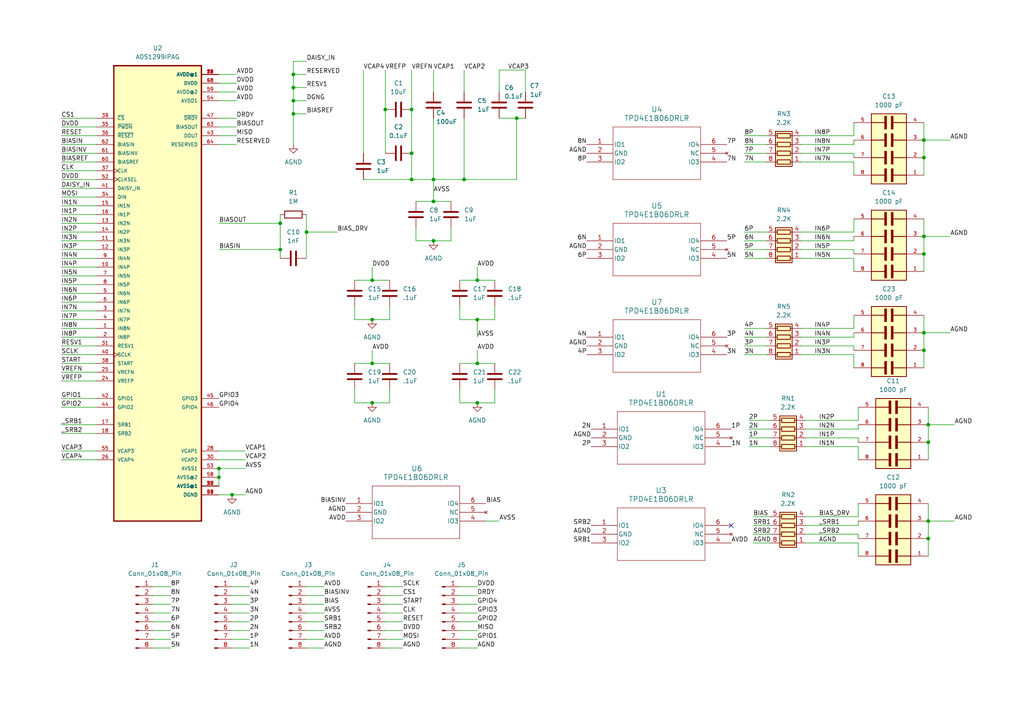
<source format=kicad_sch>
(kicad_sch (version 20231120) (generator "eeschema") (generator_version "8.0")
  (paper "A4")
  (lib_symbols
    (symbol "ADS1299:ADS1299IPAG" (pin_names (offset 1.016))
      (property "Reference" "U" (at -12.7 67.04 0))
      (property "Value" "ADS1299IPAG" (at -12.7 -70.04 0))
      (symbol "ADS1299IPAG_0_0"
        (pin input line (at -17.78 -10.16 0) (length 5.08) (name "IN8N") (number "1"))
        (pin input line (at -17.78 7.62 0) (length 5.08) (name "IN4P") (number "10"))
        (pin input line (at -17.78 15.24 0) (length 5.08) (name "IN3N") (number "11"))
        (pin input line (at -17.78 12.7 0) (length 5.08) (name "IN3P") (number "12"))
        (pin input line (at -17.78 20.32 0) (length 5.08) (name "IN2N") (number "13"))
        (pin input line (at -17.78 17.78 0) (length 5.08) (name "IN2P") (number "14"))
        (pin input line (at -17.78 25.4 0) (length 5.08) (name "IN1N") (number "15"))
        (pin input line (at -17.78 22.86 0) (length 5.08) (name "IN1P") (number "16"))
        (pin bidirectional line (at -17.78 -38.1 0) (length 5.08) (name "SRB1") (number "17"))
        (pin bidirectional line (at -17.78 -40.64 0) (length 5.08) (name "SRB2") (number "18"))
        (pin power_in line (at 17.78 63.5 180) (length 5.08) (name "AVDD@1") (number "19"))
        (pin input line (at -17.78 -12.7 0) (length 5.08) (name "IN8P") (number "2"))
        (pin power_in line (at 17.78 -55.88 180) (length 5.08) (name "AVSS@1") (number "20"))
        (pin power_in line (at 17.78 63.5 180) (length 5.08) (name "AVDD@1") (number "21"))
        (pin power_in line (at 17.78 63.5 180) (length 5.08) (name "AVDD@1") (number "22"))
        (pin power_in line (at 17.78 -55.88 180) (length 5.08) (name "AVSS@1") (number "23"))
        (pin input line (at -17.78 -25.4 0) (length 5.08) (name "VREFP") (number "24"))
        (pin input line (at -17.78 -22.86 0) (length 5.08) (name "VREFN") (number "25"))
        (pin bidirectional line (at -17.78 -48.26 0) (length 5.08) (name "VCAP4") (number "26"))
        (pin output line (at 17.78 -45.72 180) (length 5.08) (name "VCAP1") (number "28"))
        (pin input line (at -17.78 -5.08 0) (length 5.08) (name "IN7N") (number "3"))
        (pin output line (at 17.78 -48.26 180) (length 5.08) (name "VCAP2") (number "30"))
        (pin input line (at -17.78 -15.24 0) (length 5.08) (name "RESV1") (number "31"))
        (pin power_in line (at 17.78 -55.88 180) (length 5.08) (name "AVSS@1") (number "32"))
        (pin power_in line (at 17.78 -58.42 180) (length 5.08) (name "DGND") (number "33"))
        (pin input line (at -17.78 27.94 0) (length 5.08) (name "DIN") (number "34"))
        (pin input line (at -17.78 48.26 0) (length 5.08) (name "~{PWDN}") (number "35"))
        (pin input line (at -17.78 45.72 0) (length 5.08) (name "~{RESET}") (number "36"))
        (pin input clock (at -17.78 35.56 0) (length 5.08) (name "CLK") (number "37"))
        (pin input line (at -17.78 -20.32 0) (length 5.08) (name "START") (number "38"))
        (pin input line (at -17.78 50.8 0) (length 5.08) (name "~{CS}") (number "39"))
        (pin input line (at -17.78 -7.62 0) (length 5.08) (name "IN7P") (number "4"))
        (pin input clock (at -17.78 -17.78 0) (length 5.08) (name "SCLK") (number "40"))
        (pin input line (at -17.78 30.48 0) (length 5.08) (name "DAISY_IN") (number "41"))
        (pin bidirectional line (at -17.78 -30.48 0) (length 5.08) (name "GPIO1") (number "42"))
        (pin output line (at 17.78 45.72 180) (length 5.08) (name "DOUT") (number "43"))
        (pin bidirectional line (at -17.78 -33.02 0) (length 5.08) (name "GPIO2") (number "44"))
        (pin bidirectional line (at 17.78 -30.48 180) (length 5.08) (name "GPIO3") (number "45"))
        (pin bidirectional line (at 17.78 -33.02 180) (length 5.08) (name "GPIO4") (number "46"))
        (pin output line (at 17.78 50.8 180) (length 5.08) (name "~{DRDY}") (number "47"))
        (pin power_in line (at 17.78 60.96 180) (length 5.08) (name "DVDD") (number "48"))
        (pin power_in line (at 17.78 -58.42 180) (length 5.08) (name "DGND") (number "49"))
        (pin input line (at -17.78 0 0) (length 5.08) (name "IN6N") (number "5"))
        (pin power_in line (at 17.78 60.96 180) (length 5.08) (name "DVDD") (number "50"))
        (pin power_in line (at 17.78 -58.42 180) (length 5.08) (name "DGND") (number "51"))
        (pin input clock (at -17.78 33.02 0) (length 5.08) (name "CLKSEL") (number "52"))
        (pin power_in line (at 17.78 -50.8 180) (length 5.08) (name "AVSS1") (number "53"))
        (pin power_in line (at 17.78 55.88 180) (length 5.08) (name "AVDD1") (number "54"))
        (pin bidirectional line (at -17.78 -45.72 0) (length 5.08) (name "VCAP3") (number "55"))
        (pin power_in line (at 17.78 63.5 180) (length 5.08) (name "AVDD@1") (number "56"))
        (pin power_in line (at 17.78 -55.88 180) (length 5.08) (name "AVSS@1") (number "57"))
        (pin power_in line (at 17.78 -53.34 180) (length 5.08) (name "AVSS@2") (number "58"))
        (pin power_in line (at 17.78 58.42 180) (length 5.08) (name "AVDD@2") (number "59"))
        (pin input line (at -17.78 -2.54 0) (length 5.08) (name "IN6P") (number "6"))
        (pin input line (at -17.78 38.1 0) (length 5.08) (name "BIASREF") (number "60"))
        (pin input line (at -17.78 40.64 0) (length 5.08) (name "BIASINV") (number "61"))
        (pin input line (at -17.78 43.18 0) (length 5.08) (name "BIASIN") (number "62"))
        (pin output line (at 17.78 48.26 180) (length 5.08) (name "BIASOUT") (number "63"))
        (pin output line (at 17.78 43.18 180) (length 5.08) (name "RESERVED") (number "64"))
        (pin input line (at -17.78 5.08 0) (length 5.08) (name "IN5N") (number "7"))
        (pin input line (at -17.78 2.54 0) (length 5.08) (name "IN5P") (number "8"))
        (pin input line (at -17.78 10.16 0) (length 5.08) (name "IN4N") (number "9"))
      )
    )
    (symbol "Connector:Conn_01x08_Pin" (pin_names (offset 1.016) hide)
      (property "Reference" "J" (at 0 10.16 0))
      (property "Value" "Conn_01x08_Pin" (at 0 -12.7 0))
      (symbol "Conn_01x08_Pin_1_1"
        (pin passive line (at 5.08 7.62 180) (length 3.81) (name "Pin_1") (number "1"))
        (pin passive line (at 5.08 5.08 180) (length 3.81) (name "Pin_2") (number "2"))
        (pin passive line (at 5.08 2.54 180) (length 3.81) (name "Pin_3") (number "3"))
        (pin passive line (at 5.08 0 180) (length 3.81) (name "Pin_4") (number "4"))
        (pin passive line (at 5.08 -2.54 180) (length 3.81) (name "Pin_5") (number "5"))
        (pin passive line (at 5.08 -5.08 180) (length 3.81) (name "Pin_6") (number "6"))
        (pin passive line (at 5.08 -7.62 180) (length 3.81) (name "Pin_7") (number "7"))
        (pin passive line (at 5.08 -10.16 180) (length 3.81) (name "Pin_8") (number "8"))
      )
    )
    (symbol "Device:C" (pin_numbers hide) (pin_names (offset 0.254))
      (property "Reference" "C" (at 0.635 2.54 0))
      (property "Value" "C" (at 0.635 -2.54 0))
      (symbol "C_1_1"
        (pin passive line (at 0 3.81 270) (length 2.794) (name "~") (number "1"))
        (pin passive line (at 0 -3.81 90) (length 2.794) (name "~") (number "2"))
      )
    )
    (symbol "Device:R" (pin_numbers hide) (pin_names (offset 0))
      (property "Reference" "R" (at 2.032 0 90))
      (property "Value" "R" (at 0 0 90))
      (symbol "R_1_1"
        (pin passive line (at 0 3.81 270) (length 1.27) (name "~") (number "1"))
        (pin passive line (at 0 -3.81 90) (length 1.27) (name "~") (number "2"))
      )
    )
    (symbol "Device:R_Pack04" (pin_names (offset 0) hide)
      (property "Reference" "RN" (at -7.62 0 90))
      (property "Value" "R_Pack04" (at 5.08 0 90))
      (symbol "R_Pack04_1_1"
        (pin passive line (at -5.08 -5.08 90) (length 2.54) (name "R1.1") (number "1"))
        (pin passive line (at -2.54 -5.08 90) (length 2.54) (name "R2.1") (number "2"))
        (pin passive line (at 0 -5.08 90) (length 2.54) (name "R3.1") (number "3"))
        (pin passive line (at 2.54 -5.08 90) (length 2.54) (name "R4.1") (number "4"))
        (pin passive line (at 2.54 5.08 270) (length 2.54) (name "R4.2") (number "5"))
        (pin passive line (at 0 5.08 270) (length 2.54) (name "R3.2") (number "6"))
        (pin passive line (at -2.54 5.08 270) (length 2.54) (name "R2.2") (number "7"))
        (pin passive line (at -5.08 5.08 270) (length 2.54) (name "R1.2") (number "8"))
      )
    )
    (symbol "TPD4E1B06 (ESD):TPD4E1B06DRLR" (pin_names (offset 0.254))
      (property "Reference" "U" (at 20.32 10.16 0))
      (property "Value" "TPD4E1B06DRLR" (at 20.32 7.62 0))
      (symbol "TPD4E1B06DRLR_0_1"
        (pin bidirectional line (at 0 0 0) (length 7.62) (name "IO1") (number "1"))
        (pin power_in line (at 0 -2.54 0) (length 7.62) (name "GND") (number "2"))
        (pin bidirectional line (at 0 -5.08 0) (length 7.62) (name "IO2") (number "3"))
        (pin bidirectional line (at 40.64 -5.08 180) (length 7.62) (name "IO3") (number "4"))
        (pin no_connect line (at 40.64 -2.54 180) (length 7.62) (name "NC") (number "5"))
        (pin bidirectional line (at 40.64 0 180) (length 7.62) (name "IO4") (number "6"))
      )
    )
    (symbol "W3A45C102K4T2A (C_array):CKCL44X7R1H102M085AA" (pin_names (offset 1.016))
      (property "Reference" "C" (at -5.08 11.43 0))
      (property "Value" "CKCL44X7R1H102M085AA" (at -5.08 -12.7 0))
      (symbol "CKCL44X7R1H102M085AA_0_0"
        (pin passive line (at -10.16 7.62 0) (length 5.08) (name "~") (number "1"))
        (pin passive line (at -10.16 2.54 0) (length 5.08) (name "~") (number "2"))
        (pin passive line (at -10.16 -2.54 0) (length 5.08) (name "~") (number "3"))
        (pin passive line (at -10.16 -7.62 0) (length 5.08) (name "~") (number "4"))
        (pin passive line (at 10.16 -7.62 180) (length 5.08) (name "~") (number "5"))
        (pin passive line (at 10.16 -2.54 180) (length 5.08) (name "~") (number "6"))
        (pin passive line (at 10.16 2.54 180) (length 5.08) (name "~") (number "7"))
        (pin passive line (at 10.16 7.62 180) (length 5.08) (name "~") (number "8"))
      )
    )
    (symbol "power:GND" (power) (pin_numbers hide) (pin_names (offset 0) hide)
      (property "Value" "GND" (at 0 -3.81 0))
      (symbol "GND_1_1"
        (pin power_in line (at 0 0 270) (length 0) (name "~") (number "1"))
      )
    )
  )
  (junction (at 267.97 101.6))
  (junction (at 119.38 44.45))
  (junction (at 85.09 33.02))
  (junction (at 269.24 156.21))
  (junction (at 111.76 31.75))
  (junction (at 107.95 116.84))
  (junction (at 125.73 52.07))
  (junction (at 119.38 31.75))
  (junction (at 267.97 96.52))
  (junction (at 107.95 81.28))
  (junction (at 107.95 92.71))
  (junction (at 125.73 58.42))
  (junction (at 107.95 105.41))
  (junction (at 269.24 151.13))
  (junction (at 138.43 81.28))
  (junction (at 267.97 68.58))
  (junction (at 119.38 52.07))
  (junction (at 267.97 40.64))
  (junction (at 149.86 34.29))
  (junction (at 63.5 138.43))
  (junction (at 67.31 143.51))
  (junction (at 81.28 64.77))
  (junction (at 267.97 73.66))
  (junction (at 81.28 72.39))
  (junction (at 88.9 67.31))
  (junction (at 269.24 123.19))
  (junction (at 85.09 29.21))
  (junction (at 125.73 69.85))
  (junction (at 134.62 52.07))
  (junction (at 63.5 135.89))
  (junction (at 138.43 105.41))
  (junction (at 138.43 116.84))
  (junction (at 85.09 25.4))
  (junction (at 269.24 128.27))
  (junction (at 267.97 45.72))
  (junction (at 85.09 21.59))
  (junction (at 138.43 92.71))
  (no_connect (at 212.09 152.4))
  (wire (pts (xy 269.24 123.19) (xy 276.86 123.19)))
  (wire (pts (xy 269.24 128.27) (xy 269.24 133.35)))
  (wire (pts (xy 232.41 46.99) (xy 247.65 46.99)))
  (wire (pts (xy 63.5 130.81) (xy 71.12 130.81)))
  (wire (pts (xy 63.5 143.51) (xy 67.31 143.51)))
  (wire (pts (xy 63.5 41.91) (xy 68.58 41.91)))
  (wire (pts (xy 44.45 175.26) (xy 49.53 175.26)))
  (wire (pts (xy 233.68 149.86) (xy 248.92 149.86)))
  (wire (pts (xy 63.5 133.35) (xy 71.12 133.35)))
  (wire (pts (xy 120.65 69.85) (xy 125.73 69.85)))
  (wire (pts (xy 102.87 92.71) (xy 107.95 92.71)))
  (wire (pts (xy 107.95 105.41) (xy 113.03 105.41)))
  (wire (pts (xy 102.87 88.9) (xy 102.87 92.71)))
  (wire (pts (xy 232.41 95.25) (xy 247.65 95.25)))
  (wire (pts (xy 85.09 25.4) (xy 88.9 25.4)))
  (wire (pts (xy 17.78 54.61) (xy 27.94 54.61)))
  (wire (pts (xy 133.35 180.34) (xy 138.43 180.34)))
  (wire (pts (xy 88.9 170.18) (xy 93.98 170.18)))
  (wire (pts (xy 17.78 44.45) (xy 27.94 44.45)))
  (wire (pts (xy 17.78 80.01) (xy 27.94 80.01)))
  (wire (pts (xy 107.95 77.47) (xy 107.95 81.28)))
  (wire (pts (xy 215.9 67.31) (xy 222.25 67.31)))
  (wire (pts (xy 85.09 29.21) (xy 88.9 29.21)))
  (wire (pts (xy 248.92 157.48) (xy 248.92 161.29)))
  (wire (pts (xy 17.78 87.63) (xy 27.94 87.63)))
  (wire (pts (xy 133.35 116.84) (xy 138.43 116.84)))
  (wire (pts (xy 119.38 44.45) (xy 119.38 52.07)))
  (wire (pts (xy 149.86 34.29) (xy 152.4 34.29)))
  (wire (pts (xy 63.5 34.29) (xy 68.58 34.29)))
  (wire (pts (xy 232.41 97.79) (xy 247.65 97.79)))
  (wire (pts (xy 63.5 138.43) (xy 63.5 140.97)))
  (wire (pts (xy 248.92 149.86) (xy 248.92 146.05)))
  (wire (pts (xy 17.78 69.85) (xy 27.94 69.85)))
  (wire (pts (xy 63.5 72.39) (xy 81.28 72.39)))
  (wire (pts (xy 17.78 90.17) (xy 27.94 90.17)))
  (wire (pts (xy 232.41 44.45) (xy 247.65 44.45)))
  (wire (pts (xy 67.31 143.51) (xy 71.12 143.51)))
  (wire (pts (xy 269.24 151.13) (xy 269.24 156.21)))
  (wire (pts (xy 85.09 41.91) (xy 85.09 33.02)))
  (wire (pts (xy 232.41 102.87) (xy 247.65 102.87)))
  (wire (pts (xy 17.78 41.91) (xy 27.94 41.91)))
  (wire (pts (xy 67.31 172.72) (xy 72.39 172.72)))
  (wire (pts (xy 217.17 124.46) (xy 223.52 124.46)))
  (wire (pts (xy 232.41 74.93) (xy 247.65 74.93)))
  (wire (pts (xy 111.76 177.8) (xy 116.84 177.8)))
  (wire (pts (xy 232.41 41.91) (xy 247.65 41.91)))
  (wire (pts (xy 88.9 67.31) (xy 88.9 74.93)))
  (wire (pts (xy 247.65 41.91) (xy 247.65 40.64)))
  (wire (pts (xy 143.51 113.03) (xy 143.51 116.84)))
  (wire (pts (xy 232.41 72.39) (xy 247.65 72.39)))
  (wire (pts (xy 85.09 33.02) (xy 88.9 33.02)))
  (wire (pts (xy 267.97 101.6) (xy 267.97 106.68)))
  (wire (pts (xy 102.87 116.84) (xy 107.95 116.84)))
  (wire (pts (xy 102.87 105.41) (xy 107.95 105.41)))
  (wire (pts (xy 215.9 44.45) (xy 222.25 44.45)))
  (wire (pts (xy 111.76 180.34) (xy 116.84 180.34)))
  (wire (pts (xy 44.45 170.18) (xy 49.53 170.18)))
  (wire (pts (xy 215.9 41.91) (xy 222.25 41.91)))
  (wire (pts (xy 232.41 39.37) (xy 247.65 39.37)))
  (wire (pts (xy 88.9 187.96) (xy 93.98 187.96)))
  (wire (pts (xy 144.78 20.32) (xy 144.78 26.67)))
  (wire (pts (xy 17.78 100.33) (xy 27.94 100.33)))
  (wire (pts (xy 107.95 101.6) (xy 107.95 105.41)))
  (wire (pts (xy 269.24 118.11) (xy 269.24 123.19)))
  (wire (pts (xy 17.78 34.29) (xy 27.94 34.29)))
  (wire (pts (xy 107.95 92.71) (xy 113.03 92.71)))
  (wire (pts (xy 107.95 116.84) (xy 113.03 116.84)))
  (wire (pts (xy 248.92 154.94) (xy 248.92 156.21)))
  (wire (pts (xy 267.97 40.64) (xy 267.97 45.72)))
  (wire (pts (xy 17.78 85.09) (xy 27.94 85.09)))
  (wire (pts (xy 133.35 113.03) (xy 133.35 116.84)))
  (wire (pts (xy 85.09 17.78) (xy 85.09 21.59)))
  (wire (pts (xy 215.9 97.79) (xy 222.25 97.79)))
  (wire (pts (xy 81.28 74.93) (xy 81.28 72.39)))
  (wire (pts (xy 133.35 187.96) (xy 138.43 187.96)))
  (wire (pts (xy 267.97 96.52) (xy 267.97 101.6)))
  (wire (pts (xy 67.31 180.34) (xy 72.39 180.34)))
  (wire (pts (xy 67.31 170.18) (xy 72.39 170.18)))
  (wire (pts (xy 63.5 26.67) (xy 68.58 26.67)))
  (wire (pts (xy 130.81 66.04) (xy 130.81 69.85)))
  (wire (pts (xy 111.76 170.18) (xy 116.84 170.18)))
  (wire (pts (xy 63.5 135.89) (xy 63.5 138.43)))
  (wire (pts (xy 111.76 20.32) (xy 111.76 31.75)))
  (wire (pts (xy 81.28 64.77) (xy 81.28 72.39)))
  (wire (pts (xy 63.5 29.21) (xy 68.58 29.21)))
  (wire (pts (xy 133.35 88.9) (xy 133.35 92.71)))
  (wire (pts (xy 248.92 152.4) (xy 248.92 151.13)))
  (wire (pts (xy 44.45 180.34) (xy 49.53 180.34)))
  (wire (pts (xy 17.78 74.93) (xy 27.94 74.93)))
  (wire (pts (xy 17.78 64.77) (xy 27.94 64.77)))
  (wire (pts (xy 85.09 21.59) (xy 88.9 21.59)))
  (wire (pts (xy 267.97 40.64) (xy 275.59 40.64)))
  (wire (pts (xy 233.68 127) (xy 248.92 127)))
  (wire (pts (xy 215.9 102.87) (xy 222.25 102.87)))
  (wire (pts (xy 17.78 52.07) (xy 27.94 52.07)))
  (wire (pts (xy 17.78 105.41) (xy 27.94 105.41)))
  (wire (pts (xy 17.78 46.99) (xy 27.94 46.99)))
  (wire (pts (xy 133.35 170.18) (xy 138.43 170.18)))
  (wire (pts (xy 140.97 151.13) (xy 144.78 151.13)))
  (wire (pts (xy 113.03 88.9) (xy 113.03 92.71)))
  (wire (pts (xy 63.5 135.89) (xy 71.12 135.89)))
  (wire (pts (xy 44.45 172.72) (xy 49.53 172.72)))
  (wire (pts (xy 120.65 58.42) (xy 125.73 58.42)))
  (wire (pts (xy 233.68 124.46) (xy 248.92 124.46)))
  (wire (pts (xy 267.97 73.66) (xy 267.97 78.74)))
  (wire (pts (xy 248.92 127) (xy 248.92 128.27)))
  (wire (pts (xy 215.9 100.33) (xy 222.25 100.33)))
  (wire (pts (xy 17.78 118.11) (xy 27.94 118.11)))
  (wire (pts (xy 267.97 91.44) (xy 267.97 96.52)))
  (wire (pts (xy 215.9 46.99) (xy 222.25 46.99)))
  (wire (pts (xy 267.97 35.56) (xy 267.97 40.64)))
  (wire (pts (xy 149.86 34.29) (xy 149.86 52.07)))
  (wire (pts (xy 119.38 31.75) (xy 119.38 20.32)))
  (wire (pts (xy 67.31 182.88) (xy 72.39 182.88)))
  (wire (pts (xy 111.76 187.96) (xy 116.84 187.96)))
  (wire (pts (xy 133.35 92.71) (xy 138.43 92.71)))
  (wire (pts (xy 88.9 180.34) (xy 93.98 180.34)))
  (wire (pts (xy 125.73 52.07) (xy 125.73 58.42)))
  (wire (pts (xy 85.09 33.02) (xy 85.09 29.21)))
  (wire (pts (xy 17.78 39.37) (xy 27.94 39.37)))
  (wire (pts (xy 144.78 20.32) (xy 152.4 20.32)))
  (wire (pts (xy 269.24 123.19) (xy 269.24 128.27)))
  (wire (pts (xy 119.38 52.07) (xy 125.73 52.07)))
  (wire (pts (xy 215.9 39.37) (xy 222.25 39.37)))
  (wire (pts (xy 218.44 154.94) (xy 223.52 154.94)))
  (wire (pts (xy 44.45 185.42) (xy 49.53 185.42)))
  (wire (pts (xy 17.78 57.15) (xy 27.94 57.15)))
  (wire (pts (xy 247.65 102.87) (xy 247.65 106.68)))
  (wire (pts (xy 44.45 177.8) (xy 49.53 177.8)))
  (wire (pts (xy 119.38 44.45) (xy 119.38 31.75)))
  (wire (pts (xy 133.35 105.41) (xy 138.43 105.41)))
  (wire (pts (xy 111.76 175.26) (xy 116.84 175.26)))
  (wire (pts (xy 269.24 156.21) (xy 269.24 161.29)))
  (wire (pts (xy 215.9 69.85) (xy 222.25 69.85)))
  (wire (pts (xy 107.95 81.28) (xy 113.03 81.28)))
  (wire (pts (xy 17.78 49.53) (xy 27.94 49.53)))
  (wire (pts (xy 17.78 72.39) (xy 27.94 72.39)))
  (wire (pts (xy 233.68 121.92) (xy 248.92 121.92)))
  (wire (pts (xy 152.4 20.32) (xy 152.4 26.67)))
  (wire (pts (xy 63.5 21.59) (xy 68.58 21.59)))
  (wire (pts (xy 217.17 121.92) (xy 223.52 121.92)))
  (wire (pts (xy 88.9 185.42) (xy 93.98 185.42)))
  (wire (pts (xy 17.78 62.23) (xy 27.94 62.23)))
  (wire (pts (xy 247.65 100.33) (xy 247.65 101.6)))
  (wire (pts (xy 63.5 36.83) (xy 68.58 36.83)))
  (wire (pts (xy 17.78 107.95) (xy 27.94 107.95)))
  (wire (pts (xy 133.35 81.28) (xy 138.43 81.28)))
  (wire (pts (xy 17.78 95.25) (xy 27.94 95.25)))
  (wire (pts (xy 17.78 125.73) (xy 27.94 125.73)))
  (wire (pts (xy 218.44 157.48) (xy 223.52 157.48)))
  (wire (pts (xy 88.9 177.8) (xy 93.98 177.8)))
  (wire (pts (xy 17.78 82.55) (xy 27.94 82.55)))
  (wire (pts (xy 17.78 67.31) (xy 27.94 67.31)))
  (wire (pts (xy 88.9 67.31) (xy 97.79 67.31)))
  (wire (pts (xy 17.78 110.49) (xy 27.94 110.49)))
  (wire (pts (xy 267.97 68.58) (xy 267.97 73.66)))
  (wire (pts (xy 113.03 113.03) (xy 113.03 116.84)))
  (wire (pts (xy 133.35 185.42) (xy 138.43 185.42)))
  (wire (pts (xy 133.35 182.88) (xy 138.43 182.88)))
  (wire (pts (xy 247.65 97.79) (xy 247.65 96.52)))
  (wire (pts (xy 247.65 44.45) (xy 247.65 45.72)))
  (wire (pts (xy 217.17 127) (xy 223.52 127)))
  (wire (pts (xy 85.09 21.59) (xy 85.09 25.4)))
  (wire (pts (xy 111.76 182.88) (xy 116.84 182.88)))
  (wire (pts (xy 88.9 172.72) (xy 93.98 172.72)))
  (wire (pts (xy 138.43 105.41) (xy 143.51 105.41)))
  (wire (pts (xy 233.68 129.54) (xy 248.92 129.54)))
  (wire (pts (xy 44.45 182.88) (xy 49.53 182.88)))
  (wire (pts (xy 88.9 17.78) (xy 85.09 17.78)))
  (wire (pts (xy 232.41 67.31) (xy 247.65 67.31)))
  (wire (pts (xy 267.97 96.52) (xy 275.59 96.52)))
  (wire (pts (xy 63.5 64.77) (xy 81.28 64.77)))
  (wire (pts (xy 133.35 175.26) (xy 138.43 175.26)))
  (wire (pts (xy 247.65 39.37) (xy 247.65 35.56)))
  (wire (pts (xy 138.43 116.84) (xy 143.51 116.84)))
  (wire (pts (xy 269.24 151.13) (xy 276.86 151.13)))
  (wire (pts (xy 111.76 31.75) (xy 111.76 44.45)))
  (wire (pts (xy 81.28 64.77) (xy 81.28 62.23)))
  (wire (pts (xy 138.43 77.47) (xy 138.43 81.28)))
  (wire (pts (xy 125.73 52.07) (xy 134.62 52.07)))
  (wire (pts (xy 215.9 74.93) (xy 222.25 74.93)))
  (wire (pts (xy 120.65 66.04) (xy 120.65 69.85)))
  (wire (pts (xy 105.41 52.07) (xy 119.38 52.07)))
  (wire (pts (xy 88.9 62.23) (xy 88.9 67.31)))
  (wire (pts (xy 248.92 124.46) (xy 248.92 123.19)))
  (wire (pts (xy 133.35 172.72) (xy 138.43 172.72)))
  (wire (pts (xy 17.78 36.83) (xy 27.94 36.83)))
  (wire (pts (xy 67.31 175.26) (xy 72.39 175.26)))
  (wire (pts (xy 247.65 67.31) (xy 247.65 63.5)))
  (wire (pts (xy 248.92 129.54) (xy 248.92 133.35)))
  (wire (pts (xy 67.31 185.42) (xy 72.39 185.42)))
  (wire (pts (xy 134.62 52.07) (xy 149.86 52.07)))
  (wire (pts (xy 138.43 101.6) (xy 138.43 105.41)))
  (wire (pts (xy 17.78 123.19) (xy 27.94 123.19)))
  (wire (pts (xy 267.97 45.72) (xy 267.97 50.8)))
  (wire (pts (xy 125.73 69.85) (xy 130.81 69.85)))
  (wire (pts (xy 267.97 63.5) (xy 267.97 68.58)))
  (wire (pts (xy 44.45 187.96) (xy 49.53 187.96)))
  (wire (pts (xy 88.9 175.26) (xy 93.98 175.26)))
  (wire (pts (xy 138.43 92.71) (xy 138.43 97.79)))
  (wire (pts (xy 233.68 152.4) (xy 248.92 152.4)))
  (wire (pts (xy 143.51 88.9) (xy 143.51 92.71)))
  (wire (pts (xy 267.97 68.58) (xy 275.59 68.58)))
  (wire (pts (xy 17.78 115.57) (xy 27.94 115.57)))
  (wire (pts (xy 111.76 172.72) (xy 116.84 172.72)))
  (wire (pts (xy 247.65 74.93) (xy 247.65 78.74)))
  (wire (pts (xy 63.5 24.13) (xy 68.58 24.13)))
  (wire (pts (xy 138.43 81.28) (xy 143.51 81.28)))
  (wire (pts (xy 17.78 133.35) (xy 27.94 133.35)))
  (wire (pts (xy 247.65 72.39) (xy 247.65 73.66)))
  (wire (pts (xy 269.24 146.05) (xy 269.24 151.13)))
  (wire (pts (xy 247.65 46.99) (xy 247.65 50.8)))
  (wire (pts (xy 125.73 58.42) (xy 130.81 58.42)))
  (wire (pts (xy 232.41 69.85) (xy 247.65 69.85)))
  (wire (pts (xy 102.87 81.28) (xy 107.95 81.28)))
  (wire (pts (xy 215.9 72.39) (xy 222.25 72.39)))
  (wire (pts (xy 67.31 187.96) (xy 72.39 187.96)))
  (wire (pts (xy 134.62 52.07) (xy 134.62 34.29)))
  (wire (pts (xy 17.78 97.79) (xy 27.94 97.79)))
  (wire (pts (xy 17.78 130.81) (xy 27.94 130.81)))
  (wire (pts (xy 233.68 157.48) (xy 248.92 157.48)))
  (wire (pts (xy 218.44 149.86) (xy 223.52 149.86)))
  (wire (pts (xy 17.78 59.69) (xy 27.94 59.69)))
  (wire (pts (xy 88.9 182.88) (xy 93.98 182.88)))
  (wire (pts (xy 138.43 92.71) (xy 143.51 92.71)))
  (wire (pts (xy 85.09 29.21) (xy 85.09 25.4)))
  (wire (pts (xy 248.92 121.92) (xy 248.92 118.11)))
  (wire (pts (xy 125.73 20.32) (xy 125.73 26.67)))
  (wire (pts (xy 17.78 102.87) (xy 27.94 102.87)))
  (wire (pts (xy 217.17 129.54) (xy 223.52 129.54)))
  (wire (pts (xy 232.41 100.33) (xy 247.65 100.33)))
  (wire (pts (xy 233.68 154.94) (xy 248.92 154.94)))
  (wire (pts (xy 111.76 185.42) (xy 116.84 185.42)))
  (wire (pts (xy 215.9 95.25) (xy 222.25 95.25)))
  (wire (pts (xy 17.78 92.71) (xy 27.94 92.71)))
  (wire (pts (xy 247.65 69.85) (xy 247.65 68.58)))
  (wire (pts (xy 125.73 52.07) (xy 125.73 34.29)))
  (wire (pts (xy 17.78 77.47) (xy 27.94 77.47)))
  (wire (pts (xy 133.35 177.8) (xy 138.43 177.8)))
  (wire (pts (xy 63.5 39.37) (xy 68.58 39.37)))
  (wire (pts (xy 105.41 20.32) (xy 105.41 44.45)))
  (wire (pts (xy 144.78 34.29) (xy 149.86 34.29)))
  (wire (pts (xy 218.44 152.4) (xy 223.52 152.4)))
  (wire (pts (xy 134.62 20.32) (xy 134.62 26.67)))
  (wire (pts (xy 102.87 113.03) (xy 102.87 116.84)))
  (wire (pts (xy 247.65 95.25) (xy 247.65 91.44)))
  (wire (pts (xy 67.31 177.8) (xy 72.39 177.8)))
  (label "AGND" (at 275.59 68.58 0))
  (label "DAISY_IN" (at 88.9 17.78 0))
  (label "AGND" (at 71.12 143.51 0))
  (label "IN7P" (at 17.78 92.71 0))
  (label "3N" (at 72.39 177.8 0))
  (label "8P" (at 49.53 170.18 0))
  (label "DVDD" (at 68.58 24.13 0))
  (label "1P" (at 212.09 124.46 0))
  (label "IN4N" (at 17.78 74.93 0))
  (label "MOSI" (at 116.84 185.42 0))
  (label "2N" (at 217.17 124.46 0))
  (label "SCLK" (at 17.78 102.87 0))
  (label "DVDD" (at 116.84 182.88 0))
  (label "VCAP2" (at 71.12 133.35 0))
  (label "3P" (at 72.39 175.26 0))
  (label "BIAS_DRV" (at 97.79 67.31 0))
  (label "5N" (at 215.9 74.93 0))
  (label "4P" (at 215.9 95.25 0))
  (label "AGND" (at 116.84 187.96 0))
  (label "6N" (at 170.18 69.85 180))
  (label "IN7N" (at 17.78 90.17 0))
  (label "MOSI" (at 17.78 57.15 0))
  (label "RESV1" (at 88.9 25.4 0))
  (label "GPIO2" (at 17.78 118.11 0))
  (label "6P" (at 170.18 74.93 180))
  (label "SRB2" (at 171.45 152.4 180))
  (label "6P" (at 215.9 67.31 0))
  (label "SRB2" (at 218.44 154.94 0))
  (label "AGND" (at 237.49 157.48 0))
  (label "1P" (at 72.39 185.42 0))
  (label "SRB1" (at 218.44 152.4 0))
  (label "SRB2" (at 93.98 182.88 0))
  (label "IN2N" (at 17.78 64.77 0))
  (label "DVDD" (at 17.78 36.83 0))
  (label "VCAP2" (at 134.62 20.32 0))
  (label "DGNG" (at 88.9 29.21 0))
  (label "BIAS" (at 93.98 175.26 0))
  (label "SRB1" (at 171.45 157.48 180))
  (label "AVDD" (at 68.58 21.59 0))
  (label "5N" (at 210.82 74.93 0))
  (label "8P" (at 215.9 39.37 0))
  (label "1N" (at 72.39 187.96 0))
  (label "AVDD" (at 138.43 77.47 0))
  (label "IN1P" (at 237.49 127 0))
  (label "4N" (at 170.18 97.79 180))
  (label "GPIO3" (at 138.43 177.8 0))
  (label "IN1P" (at 17.78 62.23 0))
  (label "AVDD" (at 93.98 170.18 0))
  (label "RESERVED" (at 68.58 41.91 0))
  (label "6N" (at 215.9 69.85 0))
  (label "GPIO2" (at 138.43 180.34 0))
  (label "BIASOUT" (at 63.5 64.77 0))
  (label "IN8N" (at 236.22 41.91 0))
  (label "8N" (at 215.9 41.91 0))
  (label "RESERVED" (at 88.9 21.59 0))
  (label "AVDD" (at 107.95 101.6 0))
  (label "GPIO1" (at 17.78 115.57 0))
  (label "2P" (at 217.17 121.92 0))
  (label "IN5N" (at 236.22 74.93 0))
  (label "IN5N" (at 17.78 80.01 0))
  (label "BIAS" (at 140.97 146.05 0))
  (label "5P" (at 49.53 185.42 0))
  (label "AVSS" (at 93.98 177.8 0))
  (label "2N" (at 72.39 182.88 0))
  (label "DVDD" (at 107.95 77.47 0))
  (label "IN6N" (at 236.22 69.85 0))
  (label "BIASIN" (at 63.5 72.39 0))
  (label "BIAS_DRV" (at 237.49 149.86 0))
  (label "IN5P" (at 17.78 82.55 0))
  (label "AVSS" (at 71.12 135.89 0))
  (label "IN7N" (at 236.22 46.99 0))
  (label "8P" (at 170.18 46.99 180))
  (label "IN8P" (at 17.78 97.79 0))
  (label "AGND" (at 276.86 123.19 0))
  (label "_SRB1" (at 17.78 123.19 0))
  (label "_SRB1" (at 237.49 152.4 0))
  (label "7P" (at 210.82 41.91 0))
  (label "BIASREF" (at 17.78 46.99 0))
  (label "5N" (at 49.53 187.96 0))
  (label "IN3N" (at 17.78 69.85 0))
  (label "AGND" (at 276.86 151.13 0))
  (label "IN2P" (at 237.49 121.92 0))
  (label "SCLK" (at 116.84 170.18 0))
  (label "BIASIN" (at 17.78 41.91 0))
  (label "VCAP3" (at 17.78 130.81 0))
  (label "DVDD" (at 17.78 52.07 0))
  (label "IN6P" (at 17.78 87.63 0))
  (label "IN2N" (at 237.49 124.46 0))
  (label "2P" (at 171.45 129.54 180))
  (label "IN3P" (at 17.78 72.39 0))
  (label "AGND" (at 171.45 154.94 180))
  (label "VREFN" (at 17.78 107.95 0))
  (label "DRDY" (at 138.43 172.72 0))
  (label "1P" (at 217.17 127 0))
  (label "_SRB2" (at 17.78 125.73 0))
  (label "AGND" (at 171.45 127 180))
  (label "BIASOUT" (at 68.58 36.83 0))
  (label "3N" (at 210.82 102.87 0))
  (label "2P" (at 72.39 180.34 0))
  (label "CS1" (at 17.78 34.29 0))
  (label "IN4P" (at 17.78 77.47 0))
  (label "3N" (at 215.9 102.87 0))
  (label "GPIO1" (at 138.43 185.42 0))
  (label "AVDD" (at 100.33 151.13 180))
  (label "7N" (at 210.82 46.99 0))
  (label "BIASINV" (at 93.98 172.72 0))
  (label "AVSS" (at 144.78 151.13 0))
  (label "IN3P" (at 236.22 100.33 0))
  (label "3P" (at 215.9 100.33 0))
  (label "IN7P" (at 236.22 44.45 0))
  (label "IN1N" (at 17.78 59.69 0))
  (label "8N" (at 170.18 41.91 180))
  (label "GPIO4" (at 63.5 118.11 0))
  (label "AVSS" (at 138.43 97.79 0))
  (label "RESET" (at 17.78 39.37 0))
  (label "_SRB2" (at 237.49 154.94 0))
  (label "GPIO3" (at 63.5 115.57 0))
  (label "7P" (at 49.53 175.26 0))
  (label "CLK" (at 17.78 49.53 0))
  (label "IN8N" (at 17.78 95.25 0))
  (label "IN4N" (at 236.22 97.79 0))
  (label "BIASINV" (at 100.33 146.05 180))
  (label "AGND" (at 170.18 72.39 180))
  (label "VCAP1" (at 71.12 130.81 0))
  (label "4N" (at 215.9 97.79 0))
  (label "VCAP4" (at 17.78 133.35 0))
  (label "VCAP3" (at 147.32 20.32 0))
  (label "IN6P" (at 236.22 67.31 0))
  (label "DRDY" (at 68.58 34.29 0))
  (label "1N" (at 212.09 129.54 0))
  (label "START" (at 116.84 175.26 0))
  (label "VCAP4" (at 105.41 20.32 0))
  (label "IN3N" (at 236.22 102.87 0))
  (label "4N" (at 72.39 172.72 0))
  (label "AGND" (at 138.43 187.96 0))
  (label "AGND" (at 275.59 40.64 0))
  (label "VREFP" (at 17.78 110.49 0))
  (label "AVDD" (at 68.58 26.67 0))
  (label "AGND" (at 170.18 44.45 180))
  (label "AGND" (at 100.33 148.59 180))
  (label "AGND" (at 275.59 96.52 0))
  (label "5P" (at 215.9 72.39 0))
  (label "MISO" (at 68.58 39.37 0))
  (label "6N" (at 49.53 182.88 0))
  (label "CLK" (at 116.84 177.8 0))
  (label "7P" (at 215.9 44.45 0))
  (label "8N" (at 49.53 172.72 0))
  (label "AGND" (at 93.98 187.96 0))
  (label "3P" (at 210.82 97.79 0))
  (label "CS1" (at 116.84 172.72 0))
  (label "1N" (at 217.17 129.54 0))
  (label "IN1N" (at 237.49 129.54 0))
  (label "AVSS" (at 125.73 55.88 0))
  (label "RESET" (at 116.84 180.34 0))
  (label "IN6N" (at 17.78 85.09 0))
  (label "AVDD" (at 93.98 185.42 0))
  (label "4P" (at 170.18 102.87 180))
  (label "7N" (at 49.53 177.8 0))
  (label "VREFP" (at 111.76 20.32 0))
  (label "AVDD" (at 212.09 157.48 0))
  (label "7N" (at 215.9 46.99 0))
  (label "2N" (at 171.45 124.46 180))
  (label "DAISY_IN" (at 17.78 54.61 0))
  (label "AGND" (at 218.44 157.48 0))
  (label "IN8P" (at 236.22 39.37 0))
  (label "4P" (at 72.39 170.18 0))
  (label "6P" (at 49.53 180.34 0))
  (label "SRB1" (at 93.98 180.34 0))
  (label "AGND" (at 170.18 100.33 180))
  (label "VREFN" (at 119.38 20.32 0))
  (label "BIASREF" (at 88.9 33.02 0))
  (label "BIAS" (at 218.44 149.86 0))
  (label "IN4P" (at 236.22 95.25 0))
  (label "VCAP1" (at 125.73 20.32 0))
  (label "AVDD" (at 138.43 101.6 0))
  (label "RESV1" (at 17.78 100.33 0))
  (label "5P" (at 210.82 69.85 0))
  (label "START" (at 17.78 105.41 0))
  (label "IN5P" (at 236.22 72.39 0))
  (label "DVDD" (at 138.43 170.18 0))
  (label "GPIO4" (at 138.43 175.26 0))
  (label "IN2P" (at 17.78 67.31 0))
  (label "AVDD" (at 68.58 29.21 0))
  (label "BIASINV" (at 17.78 44.45 0))
  (label "MISO" (at 138.43 182.88 0))
  (symbol (lib_id "W3A45C102K4T2A (C_array):CKCL44X7R1H102M085AA") (at 257.81 43.18 180) (unit 1)
    (property "Reference" "C13" (at 257.81 27.94 0))
    (property "Value" "1000 pF" (at 257.81 30.48 0))
    (property "Footprint" "CAPCAF50P200X125X85-8" (effects (hide yes)))
    (property "MF" "TDK" (effects (hide yes)))
    (property "MAXIMUM_PACKAGE_HEIGHT" "0.85 mm" (effects (hide yes)))
    (property "Package" "0805 TDK Corporation" (effects (hide yes)))
    (property "Price" "None" (effects (hide yes)))
    (property "Check_prices" "https://www.snapeda.com/parts/CKCL44X7R1H102M085AA/TDK-Lambda+Americas+Inc/view-part/?ref=eda" (effects (hide yes)))
    (property "STANDARD" "Manufacturer Recommendations" (effects (hide yes)))
    (property "PARTREV" "Dec 2014" (effects (hide yes)))
    (property "SnapEDA_Link" "https://www.snapeda.com/parts/CKCL44X7R1H102M085AA/TDK-Lambda+Americas+Inc/view-part/?ref=snap" (effects (hide yes)))
    (property "MP" "CKCL44X7R1H102M085AA" (effects (hide yes)))
    (property "Description_1" "\n                        \n                            1000pF Isolated Capacitor  Array 50V X7R 0805 (2012 Metric)\n                        \n" (effects (hide yes)))
    (property "Availability" "In Stock" (effects (hide yes)))
    (property "MANUFACTURER" "TDK" (effects (hide yes)))
  )
  (symbol (lib_id "Device:C") (at 133.35 109.22 0) (unit 1)
    (property "Reference" "C21" (at 137.16 107.9499 0) (effects (justify left)))
    (property "Value" "1uF" (at 137.16 110.4899 0) (effects (justify left)))
    (property "Footprint" "Capacitor_SMD:C_0805_2012Metric" (effects (hide yes)))
    (property "Description" "Unpolarized capacitor" (effects (hide yes)))
  )
  (symbol (lib_id "Device:C") (at 113.03 109.22 0) (unit 1)
    (property "Reference" "C20" (at 116.84 107.9499 0) (effects (justify left)))
    (property "Value" ".1uF" (at 116.84 110.4899 0) (effects (justify left)))
    (property "Footprint" "Capacitor_SMD:C_0805_2012Metric" (effects (hide yes)))
    (property "Description" "Unpolarized capacitor" (effects (hide yes)))
  )
  (symbol (lib_id "TPD4E1B06 (ESD):TPD4E1B06DRLR") (at 171.45 124.46 0) (unit 1)
    (property "Reference" "U1" (at 191.77 114.3 0) (effects (font (size 1.524 1.524))))
    (property "Value" "TPD4E1B06DRLR" (at 191.77 116.84 0) (effects (font (size 1.524 1.524))))
    (property "Footprint" "DRL6_TEX" (effects (hide yes)))
    (property "Datasheet" "TPD4E1B06DRLR" (effects (hide yes)))
  )
  (symbol (lib_id "power:GND") (at 107.95 116.84 0) (unit 1)
    (property "Reference" "#PWR04" (effects (hide yes)))
    (property "Value" "AGND" (at 107.95 121.92 0))
    (property "Description" "Power symbol creates a global label with name \"GND\" , ground" (effects (hide yes)))
  )
  (symbol (lib_id "Device:C") (at 134.62 30.48 0) (unit 1)
    (property "Reference" "C5" (at 138.43 29.2099 0) (effects (justify left)))
    (property "Value" "1uF" (at 138.43 31.7499 0) (effects (justify left)))
    (property "Footprint" "Capacitor_SMD:C_0805_2012Metric" (effects (hide yes)))
    (property "Description" "Unpolarized capacitor" (effects (hide yes)))
  )
  (symbol (lib_id "Device:R_Pack04") (at 227.33 97.79 90) (unit 1)
    (property "Reference" "RN5" (at 227.33 88.9 90))
    (property "Value" "2.2K" (at 227.33 91.44 90))
    (property "Footprint" "Resistor_SMD:R_Array_Concave_4x0603" (effects (hide yes)))
    (property "Description" "4 resistor network, parallel topology" (effects (hide yes)))
  )
  (symbol (lib_id "Device:C") (at 102.87 109.22 0) (unit 1)
    (property "Reference" "C19" (at 106.68 107.9499 0) (effects (justify left)))
    (property "Value" "1uF" (at 106.68 110.4899 0) (effects (justify left)))
    (property "Footprint" "Capacitor_SMD:C_0805_2012Metric" (effects (hide yes)))
    (property "Description" "Unpolarized capacitor" (effects (hide yes)))
  )
  (symbol (lib_id "TPD4E1B06 (ESD):TPD4E1B06DRLR") (at 100.33 146.05 0) (unit 1)
    (property "Reference" "U6" (at 120.904 135.89 0) (effects (font (size 1.524 1.524))))
    (property "Value" "TPD4E1B06DRLR" (at 120.65 138.43 0) (effects (font (size 1.524 1.524))))
    (property "Footprint" "DRL6_TEX" (effects (hide yes)))
    (property "Datasheet" "TPD4E1B06DRLR" (effects (hide yes)))
  )
  (symbol (lib_id "Connector:Conn_01x08_Pin") (at 62.23 177.8 0) (unit 1)
    (property "Reference" "J2" (at 67.818 163.83 0))
    (property "Value" "Conn_01x08_Pin" (at 67.818 166.37 0))
    (property "Footprint" "Connector_PinHeader_2.54mm:PinHeader_1x08_P2.54mm_Vertical" (effects (hide yes)))
    (property "Description" "Generic connector, single row, 01x08, script generated" (effects (hide yes)))
  )
  (symbol (lib_id "ADS1299:ADS1299IPAG") (at 45.72 85.09 0) (unit 1)
    (property "Reference" "U2" (at 45.72 13.97 0))
    (property "Value" "ADS1299IPAG" (at 45.72 16.51 0))
    (property "Footprint" "QFP50P1200X1200X120-64N" (effects (hide yes)))
    (property "MF" "Texas Instruments" (effects (hide yes)))
    (property "Description_1" "\n                        \n                            Low-Noise, 8-Channel, 24-Bit Analog-to-Digital Converter for Biopotential Measurements\n                        \n" (effects (hide yes)))
    (property "Package" "TQFP-64 Texas Instruments" (effects (hide yes)))
    (property "Price" "None" (effects (hide yes)))
    (property "SnapEDA_Link" "https://www.snapeda.com/parts/ADS1299IPAG/Texas+Instruments/view-part/?ref=snap" (effects (hide yes)))
    (property "MP" "ADS1299IPAG" (effects (hide yes)))
    (property "Availability" "In Stock" (effects (hide yes)))
    (property "Check_prices" "https://www.snapeda.com/parts/ADS1299IPAG/Texas+Instruments/view-part/?ref=eda" (effects (hide yes)))
  )
  (symbol (lib_id "TPD4E1B06 (ESD):TPD4E1B06DRLR") (at 170.18 41.91 0) (unit 1)
    (property "Reference" "U4" (at 190.5 31.75 0) (effects (font (size 1.524 1.524))))
    (property "Value" "TPD4E1B06DRLR" (at 190.5 34.29 0) (effects (font (size 1.524 1.524))))
    (property "Footprint" "DRL6_TEX" (effects (hide yes)))
    (property "Datasheet" "TPD4E1B06DRLR" (effects (hide yes)))
  )
  (symbol (lib_id "W3A45C102K4T2A (C_array):CKCL44X7R1H102M085AA") (at 259.08 153.67 180) (unit 1)
    (property "Reference" "C12" (at 259.08 138.43 0))
    (property "Value" "1000 pF" (at 259.08 140.97 0))
    (property "Footprint" "CAPCAF50P200X125X85-8" (effects (hide yes)))
    (property "MF" "TDK" (effects (hide yes)))
    (property "MAXIMUM_PACKAGE_HEIGHT" "0.85 mm" (effects (hide yes)))
    (property "Package" "0805 TDK Corporation" (effects (hide yes)))
    (property "Price" "None" (effects (hide yes)))
    (property "Check_prices" "https://www.snapeda.com/parts/CKCL44X7R1H102M085AA/TDK-Lambda+Americas+Inc/view-part/?ref=eda" (effects (hide yes)))
    (property "STANDARD" "Manufacturer Recommendations" (effects (hide yes)))
    (property "PARTREV" "Dec 2014" (effects (hide yes)))
    (property "SnapEDA_Link" "https://www.snapeda.com/parts/CKCL44X7R1H102M085AA/TDK-Lambda+Americas+Inc/view-part/?ref=snap" (effects (hide yes)))
    (property "MP" "CKCL44X7R1H102M085AA" (effects (hide yes)))
    (property "Description_1" "\n                        \n                            1000pF Isolated Capacitor  Array 50V X7R 0805 (2012 Metric)\n                        \n" (effects (hide yes)))
    (property "Availability" "In Stock" (effects (hide yes)))
    (property "MANUFACTURER" "TDK" (effects (hide yes)))
  )
  (symbol (lib_id "Device:C") (at 133.35 85.09 0) (unit 1)
    (property "Reference" "C17" (at 137.16 83.8199 0) (effects (justify left)))
    (property "Value" "1uF" (at 137.16 86.3599 0) (effects (justify left)))
    (property "Footprint" "Capacitor_SMD:C_0805_2012Metric" (effects (hide yes)))
    (property "Description" "Unpolarized capacitor" (effects (hide yes)))
  )
  (symbol (lib_id "W3A45C102K4T2A (C_array):CKCL44X7R1H102M085AA") (at 259.08 125.73 180) (unit 1)
    (property "Reference" "C11" (at 259.08 110.49 0))
    (property "Value" "1000 pF" (at 259.08 113.03 0))
    (property "Footprint" "CAPCAF50P200X125X85-8" (effects (hide yes)))
    (property "MF" "TDK" (effects (hide yes)))
    (property "MAXIMUM_PACKAGE_HEIGHT" "0.85 mm" (effects (hide yes)))
    (property "Package" "0805 TDK Corporation" (effects (hide yes)))
    (property "Price" "None" (effects (hide yes)))
    (property "Check_prices" "https://www.snapeda.com/parts/CKCL44X7R1H102M085AA/TDK-Lambda+Americas+Inc/view-part/?ref=eda" (effects (hide yes)))
    (property "STANDARD" "Manufacturer Recommendations" (effects (hide yes)))
    (property "PARTREV" "Dec 2014" (effects (hide yes)))
    (property "SnapEDA_Link" "https://www.snapeda.com/parts/CKCL44X7R1H102M085AA/TDK-Lambda+Americas+Inc/view-part/?ref=snap" (effects (hide yes)))
    (property "MP" "CKCL44X7R1H102M085AA" (effects (hide yes)))
    (property "Description_1" "\n                        \n                            1000pF Isolated Capacitor  Array 50V X7R 0805 (2012 Metric)\n                        \n" (effects (hide yes)))
    (property "Availability" "In Stock" (effects (hide yes)))
    (property "MANUFACTURER" "TDK" (effects (hide yes)))
  )
  (symbol (lib_id "power:GND") (at 85.09 41.91 0) (unit 1)
    (property "Reference" "#PWR01" (effects (hide yes)))
    (property "Value" "AGND" (at 85.09 46.99 0))
    (property "Description" "Power symbol creates a global label with name \"GND\" , ground" (effects (hide yes)))
  )
  (symbol (lib_id "Device:R_Pack04") (at 228.6 152.4 90) (unit 1)
    (property "Reference" "RN2" (at 228.6 143.51 90))
    (property "Value" "2.2K" (at 228.6 146.05 90))
    (property "Footprint" "Resistor_SMD:R_Array_Concave_4x0603" (effects (hide yes)))
    (property "Description" "4 resistor network, parallel topology" (effects (hide yes)))
  )
  (symbol (lib_id "Device:C") (at 143.51 85.09 0) (unit 1)
    (property "Reference" "C18" (at 147.32 83.8199 0) (effects (justify left)))
    (property "Value" ".1uF" (at 147.32 86.3599 0) (effects (justify left)))
    (property "Footprint" "Capacitor_SMD:C_0805_2012Metric" (effects (hide yes)))
    (property "Description" "Unpolarized capacitor" (effects (hide yes)))
  )
  (symbol (lib_id "Device:C") (at 115.57 44.45 90) (unit 1)
    (property "Reference" "C2" (at 115.57 36.83 90))
    (property "Value" "0.1uF" (at 115.57 39.37 90))
    (property "Footprint" "Capacitor_SMD:C_0805_2012Metric" (effects (hide yes)))
    (property "Description" "Unpolarized capacitor" (effects (hide yes)))
  )
  (symbol (lib_id "Device:C") (at 125.73 30.48 0) (unit 1)
    (property "Reference" "C4" (at 126.492 32.766 0) (effects (justify left)))
    (property "Value" "100uF" (at 126.492 35.306 0) (effects (justify left)))
    (property "Footprint" "Capacitor_SMD:C_0805_2012Metric" (effects (hide yes)))
    (property "Description" "Unpolarized capacitor" (effects (hide yes)))
  )
  (symbol (lib_id "power:GND") (at 125.73 69.85 0) (unit 1)
    (property "Reference" "#PWR02" (effects (hide yes)))
    (property "Value" "AGND" (at 125.73 74.93 0))
    (property "Description" "Power symbol creates a global label with name \"GND\" , ground" (effects (hide yes)))
  )
  (symbol (lib_id "power:GND") (at 67.31 143.51 0) (unit 1)
    (property "Reference" "#PWR06" (effects (hide yes)))
    (property "Value" "AGND" (at 67.31 148.59 0))
    (property "Description" "Power symbol creates a global label with name \"GND\" , ground" (effects (hide yes)))
  )
  (symbol (lib_id "Device:R_Pack04") (at 227.33 69.85 90) (unit 1)
    (property "Reference" "RN4" (at 227.33 60.96 90))
    (property "Value" "2.2K" (at 227.33 63.5 90))
    (property "Footprint" "Resistor_SMD:R_Array_Concave_4x0603" (effects (hide yes)))
    (property "Description" "4 resistor network, parallel topology" (effects (hide yes)))
  )
  (symbol (lib_id "Connector:Conn_01x08_Pin") (at 39.37 177.8 0) (unit 1)
    (property "Reference" "J1" (at 44.958 163.83 0))
    (property "Value" "Conn_01x08_Pin" (at 44.958 166.37 0))
    (property "Footprint" "Connector_PinHeader_2.54mm:PinHeader_1x08_P2.54mm_Vertical" (effects (hide yes)))
    (property "Description" "Generic connector, single row, 01x08, script generated" (effects (hide yes)))
  )
  (symbol (lib_id "TPD4E1B06 (ESD):TPD4E1B06DRLR") (at 170.18 97.79 0) (unit 1)
    (property "Reference" "U7" (at 190.5 87.63 0) (effects (font (size 1.524 1.524))))
    (property "Value" "TPD4E1B06DRLR" (at 190.5 90.17 0) (effects (font (size 1.524 1.524))))
    (property "Footprint" "DRL6_TEX" (effects (hide yes)))
    (property "Datasheet" "TPD4E1B06DRLR" (effects (hide yes)))
  )
  (symbol (lib_id "Connector:Conn_01x08_Pin") (at 128.27 177.8 0) (unit 1)
    (property "Reference" "J5" (at 133.858 163.83 0))
    (property "Value" "Conn_01x08_Pin" (at 133.858 166.37 0))
    (property "Footprint" "Connector_PinHeader_2.54mm:PinHeader_1x08_P2.54mm_Vertical" (effects (hide yes)))
    (property "Description" "Generic connector, single row, 01x08, script generated" (effects (hide yes)))
  )
  (symbol (lib_id "Device:C") (at 102.87 85.09 0) (unit 1)
    (property "Reference" "C15" (at 106.68 83.8199 0) (effects (justify left)))
    (property "Value" "1uF" (at 106.68 86.3599 0) (effects (justify left)))
    (property "Footprint" "Capacitor_SMD:C_0805_2012Metric" (effects (hide yes)))
    (property "Description" "Unpolarized capacitor" (effects (hide yes)))
  )
  (symbol (lib_id "Device:C") (at 115.57 31.75 90) (unit 1)
    (property "Reference" "C1" (at 115.57 24.13 90))
    (property "Value" "10uF" (at 115.57 26.67 90))
    (property "Footprint" "Capacitor_SMD:C_0805_2012Metric" (effects (hide yes)))
    (property "Description" "Unpolarized capacitor" (effects (hide yes)))
  )
  (symbol (lib_id "Connector:Conn_01x08_Pin") (at 83.82 177.8 0) (unit 1)
    (property "Reference" "J3" (at 89.408 163.83 0))
    (property "Value" "Conn_01x08_Pin" (at 89.408 166.37 0))
    (property "Footprint" "Connector_PinHeader_2.54mm:PinHeader_1x08_P2.54mm_Vertical" (effects (hide yes)))
    (property "Description" "Generic connector, single row, 01x08, script generated" (effects (hide yes)))
  )
  (symbol (lib_id "power:GND") (at 138.43 116.84 0) (unit 1)
    (property "Reference" "#PWR05" (effects (hide yes)))
    (property "Value" "AGND" (at 138.43 121.92 0))
    (property "Description" "Power symbol creates a global label with name \"GND\" , ground" (effects (hide yes)))
  )
  (symbol (lib_id "TPD4E1B06 (ESD):TPD4E1B06DRLR") (at 170.18 69.85 0) (unit 1)
    (property "Reference" "U5" (at 190.5 59.69 0) (effects (font (size 1.524 1.524))))
    (property "Value" "TPD4E1B06DRLR" (at 190.5 62.23 0) (effects (font (size 1.524 1.524))))
    (property "Footprint" "DRL6_TEX" (effects (hide yes)))
    (property "Datasheet" "TPD4E1B06DRLR" (effects (hide yes)))
  )
  (symbol (lib_id "Device:C") (at 143.51 109.22 0) (unit 1)
    (property "Reference" "C22" (at 147.32 107.9499 0) (effects (justify left)))
    (property "Value" ".1uF" (at 147.32 110.4899 0) (effects (justify left)))
    (property "Footprint" "Capacitor_SMD:C_0805_2012Metric" (effects (hide yes)))
    (property "Description" "Unpolarized capacitor" (effects (hide yes)))
  )
  (symbol (lib_id "Connector:Conn_01x08_Pin") (at 106.68 177.8 0) (unit 1)
    (property "Reference" "J4" (at 112.268 163.83 0))
    (property "Value" "Conn_01x08_Pin" (at 112.268 166.37 0))
    (property "Footprint" "Connector_PinHeader_2.54mm:PinHeader_1x08_P2.54mm_Vertical" (effects (hide yes)))
    (property "Description" "Generic connector, single row, 01x08, script generated" (effects (hide yes)))
  )
  (symbol (lib_id "Device:C") (at 144.78 30.48 180) (unit 1)
    (property "Reference" "C6" (at 146.304 25.4 0) (effects (justify right)))
    (property "Value" "0.1uF" (at 146.304 27.94 0) (effects (justify right)))
    (property "Footprint" "Capacitor_SMD:C_0805_2012Metric" (effects (hide yes)))
    (property "Description" "Unpolarized capacitor" (effects (hide yes)))
  )
  (symbol (lib_id "Device:C") (at 120.65 62.23 0) (unit 1)
    (property "Reference" "C8" (at 124.46 60.9599 0) (effects (justify left)))
    (property "Value" "1uF" (at 124.46 63.4999 0) (effects (justify left)))
    (property "Footprint" "Capacitor_SMD:C_0805_2012Metric" (effects (hide yes)))
    (property "Description" "Unpolarized capacitor" (effects (hide yes)))
  )
  (symbol (lib_id "W3A45C102K4T2A (C_array):CKCL44X7R1H102M085AA") (at 257.81 99.06 180) (unit 1)
    (property "Reference" "C23" (at 257.81 83.82 0))
    (property "Value" "1000 pF" (at 257.81 86.36 0))
    (property "Footprint" "CAPCAF50P200X125X85-8" (effects (hide yes)))
    (property "MF" "TDK" (effects (hide yes)))
    (property "MAXIMUM_PACKAGE_HEIGHT" "0.85 mm" (effects (hide yes)))
    (property "Package" "0805 TDK Corporation" (effects (hide yes)))
    (property "Price" "None" (effects (hide yes)))
    (property "Check_prices" "https://www.snapeda.com/parts/CKCL44X7R1H102M085AA/TDK-Lambda+Americas+Inc/view-part/?ref=eda" (effects (hide yes)))
    (property "STANDARD" "Manufacturer Recommendations" (effects (hide yes)))
    (property "PARTREV" "Dec 2014" (effects (hide yes)))
    (property "SnapEDA_Link" "https://www.snapeda.com/parts/CKCL44X7R1H102M085AA/TDK-Lambda+Americas+Inc/view-part/?ref=snap" (effects (hide yes)))
    (property "MP" "CKCL44X7R1H102M085AA" (effects (hide yes)))
    (property "Description_1" "\n                        \n                            1000pF Isolated Capacitor  Array 50V X7R 0805 (2012 Metric)\n                        \n" (effects (hide yes)))
    (property "Availability" "In Stock" (effects (hide yes)))
    (property "MANUFACTURER" "TDK" (effects (hide yes)))
  )
  (symbol (lib_id "Device:C") (at 105.41 48.26 0) (unit 1)
    (property "Reference" "C3" (at 109.22 46.9899 0) (effects (justify left)))
    (property "Value" "1uF" (at 109.22 49.5299 0) (effects (justify left)))
    (property "Footprint" "Capacitor_SMD:C_0805_2012Metric" (effects (hide yes)))
    (property "Description" "Unpolarized capacitor" (effects (hide yes)))
  )
  (symbol (lib_id "W3A45C102K4T2A (C_array):CKCL44X7R1H102M085AA") (at 257.81 71.12 180) (unit 1)
    (property "Reference" "C14" (at 257.81 55.88 0))
    (property "Value" "1000 pF" (at 257.81 58.42 0))
    (property "Footprint" "CAPCAF50P200X125X85-8" (effects (hide yes)))
    (property "MF" "TDK" (effects (hide yes)))
    (property "MAXIMUM_PACKAGE_HEIGHT" "0.85 mm" (effects (hide yes)))
    (property "Package" "0805 TDK Corporation" (effects (hide yes)))
    (property "Price" "None" (effects (hide yes)))
    (property "Check_prices" "https://www.snapeda.com/parts/CKCL44X7R1H102M085AA/TDK-Lambda+Americas+Inc/view-part/?ref=eda" (effects (hide yes)))
    (property "STANDARD" "Manufacturer Recommendations" (effects (hide yes)))
    (property "PARTREV" "Dec 2014" (effects (hide yes)))
    (property "SnapEDA_Link" "https://www.snapeda.com/parts/CKCL44X7R1H102M085AA/TDK-Lambda+Americas+Inc/view-part/?ref=snap" (effects (hide yes)))
    (property "MP" "CKCL44X7R1H102M085AA" (effects (hide yes)))
    (property "Description_1" "\n                        \n                            1000pF Isolated Capacitor  Array 50V X7R 0805 (2012 Metric)\n                        \n" (effects (hide yes)))
    (property "Availability" "In Stock" (effects (hide yes)))
    (property "MANUFACTURER" "TDK" (effects (hide yes)))
  )
  (symbol (lib_id "Device:R_Pack04") (at 228.6 124.46 90) (unit 1)
    (property "Reference" "RN1" (at 228.6 115.57 90))
    (property "Value" "2.2K" (at 228.6 118.11 90))
    (property "Footprint" "Resistor_SMD:R_Array_Concave_4x0603" (effects (hide yes)))
    (property "Description" "4 resistor network, parallel topology" (effects (hide yes)))
  )
  (symbol (lib_id "Device:R_Pack04") (at 227.33 41.91 90) (unit 1)
    (property "Reference" "RN3" (at 227.33 33.02 90))
    (property "Value" "2.2K" (at 227.33 35.56 90))
    (property "Footprint" "Resistor_SMD:R_Array_Concave_4x0603" (effects (hide yes)))
    (property "Description" "4 resistor network, parallel topology" (effects (hide yes)))
  )
  (symbol (lib_id "power:GND") (at 107.95 92.71 0) (unit 1)
    (property "Reference" "#PWR03" (effects (hide yes)))
    (property "Value" "AGND" (at 107.95 97.79 0))
    (property "Description" "Power symbol creates a global label with name \"GND\" , ground" (effects (hide yes)))
  )
  (symbol (lib_id "Device:C") (at 113.03 85.09 0) (unit 1)
    (property "Reference" "C16" (at 116.84 83.8199 0) (effects (justify left)))
    (property "Value" ".1uF" (at 116.84 86.3599 0) (effects (justify left)))
    (property "Footprint" "Capacitor_SMD:C_0805_2012Metric" (effects (hide yes)))
    (property "Description" "Unpolarized capacitor" (effects (hide yes)))
  )
  (symbol (lib_id "Device:C") (at 152.4 30.48 0) (unit 1)
    (property "Reference" "C7" (at 153.67 24.892 0) (effects (justify left)))
    (property "Value" "1uF" (at 153.67 27.432 0) (effects (justify left)))
    (property "Footprint" "Capacitor_SMD:C_0805_2012Metric" (effects (hide yes)))
    (property "Description" "Unpolarized capacitor" (effects (hide yes)))
  )
  (symbol (lib_id "Device:C") (at 130.81 62.23 0) (unit 1)
    (property "Reference" "C9" (at 134.62 60.9599 0) (effects (justify left)))
    (property "Value" "1uF" (at 134.62 63.4999 0) (effects (justify left)))
    (property "Footprint" "Capacitor_SMD:C_0805_2012Metric" (effects (hide yes)))
    (property "Description" "Unpolarized capacitor" (effects (hide yes)))
  )
  (symbol (lib_id "TPD4E1B06 (ESD):TPD4E1B06DRLR") (at 171.45 152.4 0) (unit 1)
    (property "Reference" "U3" (at 191.77 142.24 0) (effects (font (size 1.524 1.524))))
    (property "Value" "TPD4E1B06DRLR" (at 191.77 144.78 0) (effects (font (size 1.524 1.524))))
    (property "Footprint" "DRL6_TEX" (effects (hide yes)))
    (property "Datasheet" "TPD4E1B06DRLR" (effects (hide yes)))
  )
  (symbol (lib_id "Device:R") (at 85.09 62.23 90) (unit 1)
    (property "Reference" "R1" (at 85.09 55.88 90))
    (property "Value" "1M" (at 85.09 58.42 90))
    (property "Footprint" "Resistor_SMD:R_0805_2012Metric" (effects (hide yes)))
    (property "Description" "Resistor" (effects (hide yes)))
  )
  (symbol (lib_id "Device:C") (at 85.09 74.93 270) (unit 1)
    (property "Reference" "C10" (at 85.09 67.31 90))
    (property "Value" "1nF" (at 85.09 69.85 90))
    (property "Footprint" "Capacitor_SMD:C_0805_2012Metric" (effects (hide yes)))
    (property "Description" "Unpolarized capacitor" (effects (hide yes)))
  )
)
</source>
